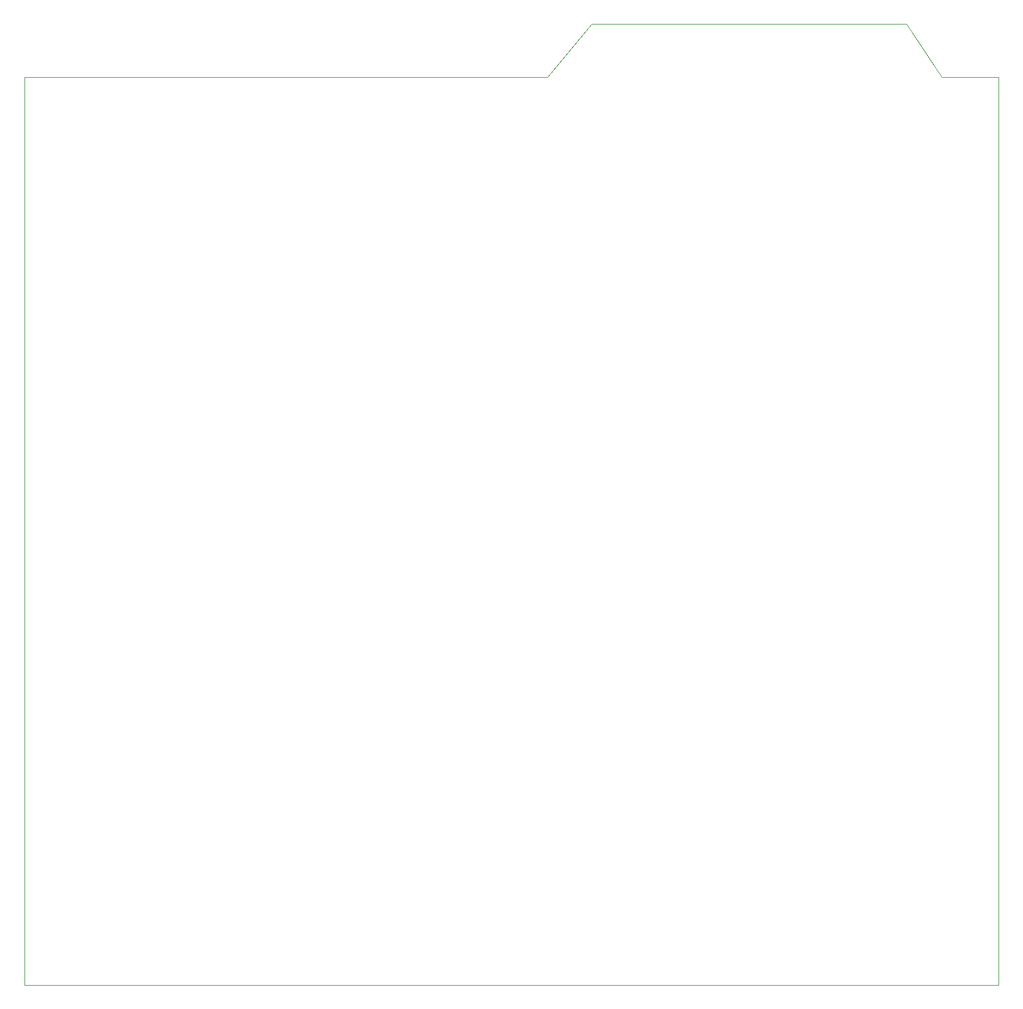
<source format=gbr>
%TF.GenerationSoftware,Altium Limited,Altium Designer,21.8.1 (53)*%
G04 Layer_Color=0*
%FSLAX43Y43*%
%MOMM*%
%TF.SameCoordinates,16DCEB66-4DAC-4E16-A6F7-90F727604106*%
%TF.FilePolarity,Positive*%
%TF.FileFunction,Profile,NP*%
%TF.Part,Single*%
G01*
G75*
%TA.AperFunction,Profile*%
%ADD49C,0.025*%
D49*
X0Y0D02*
Y128500D01*
X74115D01*
X80363Y136000D01*
X125000D01*
X130000Y128500D01*
X138000D01*
Y0D01*
X0D01*
%TF.MD5,24fce13df696cca980015b7540c1947a*%
M02*

</source>
